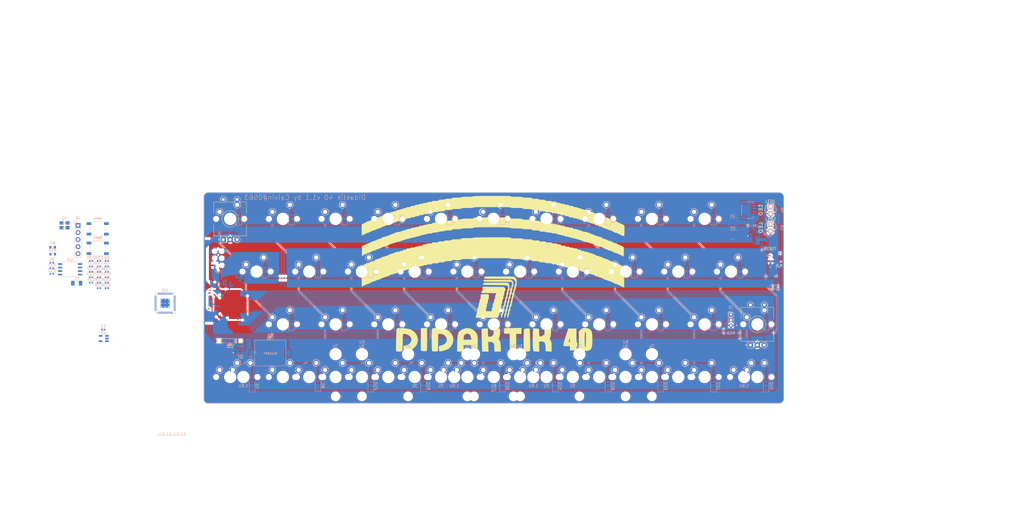
<source format=kicad_pcb>
(kicad_pcb (version 20221018) (generator pcbnew)
  (layers (0 "F.Cu" signal) (31 "B.Cu" signal) (34 "B.Paste" user) (35 "F.Paste" user) (36 "B.SilkS" user "B.Silkscreen") (37 "F.SilkS" user "F.Silkscreen") (38 "B.Mask" user) (39 "F.Mask" user) (44 "Edge.Cuts" user))
  (net 0 "")
  (net 1 "XTAL_IN")
  (net 2 "Net-(D1-A)")
  (net 3 "Net-(D2-A)")
  (net 4 "Net-(D3-A)")
  (net 5 "Net-(D4-A)")
  (net 6 "Net-(D5-A)")
  (net 7 "Net-(D6-A)")
  (net 8 "Net-(D7-A)")
  (net 9 "Net-(D8-A)")
  (net 10 "Net-(D9-A)")
  (net 11 "Net-(D10-A)")
  (net 12 "Net-(D11-A)")
  (net 13 "Net-(D12-A)")
  (net 14 "Net-(D13-A)")
  (net 15 "Net-(D14-A)")
  (net 16 "Net-(D15-A)")
  (net 17 "Net-(D16-A)")
  (net 18 "Net-(D17-A)")
  (net 19 "Net-(D18-A)")
  (net 20 "Net-(D19-A)")
  (net 21 "Net-(D20-A)")
  (net 22 "Net-(D21-A)")
  (net 23 "Net-(D22-A)")
  (net 24 "Net-(D23-A)")
  (net 25 "Net-(D24-A)")
  (net 26 "Net-(D26-A)")
  (net 27 "Net-(D27-A)")
  (net 28 "Net-(D28-A)")
  (net 29 "Net-(D29-A)")
  (net 30 "Net-(D30-A)")
  (net 31 "Net-(D31-A)")
  (net 32 "Net-(D32-A)")
  (net 33 "Net-(D33-A)")
  (net 34 "Net-(D34-A)")
  (net 35 "Net-(D35-A)")
  (net 36 "Net-(D36-A)")
  (net 37 "Net-(D37-A)")
  (net 38 "Net-(D38-A)")
  (net 39 "COL0")
  (net 40 "COL1")
  (net 41 "COL3")
  (net 42 "COL4")
  (net 43 "Net-(D39-A)")
  (net 44 "Net-(D40-A)")
  (net 45 "Net-(D41-A)")
  (net 46 "Net-(D42-A)")
  (net 47 "Net-(C10-Pad2)")
  (net 48 "+3V3")
  (net 49 "+1V1")
  (net 50 "Net-(D25-A)")
  (net 51 "VBUS")
  (net 52 "LED capslock")
  (net 53 "LED Power")
  (net 54 "GND")
  (net 55 "D_USB_N")
  (net 56 "D_USB_P")
  (net 57 "+5V")
  (net 58 "ROTARY_A")
  (net 59 "COL5")
  (net 60 "COL6")
  (net 61 "Net-(Q1-C)")
  (net 62 "VCC")
  (net 63 "SWD")
  (net 64 "ROTARY_C")
  (net 65 "COL7")
  (net 66 "COL8")
  (net 67 "COL9")
  (net 68 "ROW3")
  (net 69 "ROW2")
  (net 70 "ROW1")
  (net 71 "ROW0")
  (net 72 "RESET")
  (net 73 "Net-(Q1-B)")
  (net 74 "SWCLK")
  (net 75 "XTAL_OUT")
  (net 76 "COL2")
  (net 77 "ROTARY_B")
  (net 78 "ROTARY_D")
  (net 79 "D_P")
  (net 80 "RGB")
  (net 81 "/D_+")
  (net 82 "SPEAKER")
  (net 83 "D_N")
  (net 84 "/D_-")
  (net 85 "/USB_BOOT")
  (net 86 "CS")
  (net 87 "SD1")
  (net 88 "SD2")
  (net 89 "SD0")
  (net 90 "QSPI_CLK")
  (net 91 "SD3")
  (net 92 "RGB MCU")
  (footprint "Keebio-Parts:Diode-Hybrid-Back" (layer "F.Cu") (at 41.148 85.344)
    (fp_text reference "R5")
    (fp_text value "1k" hide)
  )
  (footprint "MX_Only:MXOnly-1U-NoLED" (layer "F.Cu") (at 212.725 98.425)
    (fp_text reference "SW39a1")
    (fp_text value "SW_Push_45deg")
  )
  (footprint "MX_Only:MXOnly-1U-NoLED" (layer "F.Cu") (at 136.525 79.375)
    (fp_text reference "SW25")
    (fp_text value "SW_Push_45deg")
  )
  (footprint "MX_Only:MXOnly-1.5U-NoLED" (layer "F.Cu") (at 122.2375 98.425)
    (fp_text reference "SW35a1")
    (fp_text value "SW_Push_45deg")
  )
  (footprint "MX_Only:MXOnly-1U-NoLED" (layer "F.Cu") (at 107.95 60.325)
    (fp_text reference "SW14")
    (fp_text value "SW_Push_45deg")
  )
  (footprint "MX_Only:MXOnly-1U-NoLED" (layer "F.Cu") (at 79.375 98.425)
    (fp_text reference "SW33a1")
    (fp_text value "SW_Push_45deg")
  )
  (footprint "MX_Only:MXOnly-1U-NoLED" (layer "F.Cu") (at 98.425 79.375)
    (fp_text reference "SW23")
    (fp_text value "SW_Push_45deg")
  )
  (footprint "MX_Only:MXOnly-1U-NoLED" (layer "F.Cu") (at 193.675 79.375)
    (fp_text reference "SW28")
    (fp_text value "SW_Push_45deg")
  )
  (footprint "MX_Only:MXOnly-1U-NoLED" (layer "F.Cu") (at 117.475 41.275)
    (fp_text reference "SW5")
    (fp_text value "SW_Push_45deg")
  )
  (footprint "MX_Only:MXOnly-1U-NoLED" (layer "F.Cu") (at 212.725 41.275)
    (fp_text reference "SW10")
    (fp_text value "SW_Push_45deg")
  )
  (footprint "LOGO" (layer "F.Cu") (at 136.164278 64.98305)
    (fp_text reference "G***" hide)
    (fp_text value "LOGO" hide)
  )
  (footprint "MX_Only:MXOnly-1U-NoLED" (layer "F.Cu") (at 41.275 98.425)
    (fp_text reference "SW31a1")
    (fp_text value "SW_Push_45deg")
  )
  (footprint "MX_Only:MXOnly-1U-NoLED" (layer "F.Cu") (at 203.2 98.425)
    (fp_text reference "SW39")
    (fp_text value "SW_Push_45deg")
  )
  (footprint "Keebio-Parts:RotaryEncoder_EC11-no-legs" (layer "F.Cu") (at 41.275 41.275 90)
    (fp_text reference "SW41")
    (fp_text value "RotaryEncoder_Switch")
  )
  (footprint "MX_Only:MXOnly-1U-NoLED" (layer "F.Cu") (at 165.1 60.325)
    (fp_text reference "SW17")
    (fp_text value "SW_Push_45deg")
  )
  (footprint "MX_Only:MXOnly-1U-NoLED" (layer "F.Cu") (at 165.1 98.425)
    (fp_text reference "SW37")
    (fp_text value "SW_Push_45deg")
  )
  (footprint "MX_Only:MXOnly-1U-NoLED" (layer "F.Cu") (at 69.85 98.425)
    (fp_text reference "SW32")
    (fp_text value "SW_Push_45deg")
  )
  (footprint "MX_Only:MXOnly-1U-NoLED" (layer "F.Cu") (at 193.675 41.275)
    (fp_text reference "SW9")
    (fp_text value "SW_Push_45deg")
  )
  (footprint "MX_Only:MXOnly-1U-NoLED" (layer "F.Cu") (at 146.05 60.325)
    (fp_text reference "SW16")
    (fp_text value "SW_Push_45deg")
  )
  (footprint "MX_Only:MXOnly-1.5U-NoLED" (layer "F.Cu") (at 46.037 98.425)
    (fp_text reference "SW31")
    (fp_text value "SW_Push_45deg")
  )
  (footprint "Keebio-Parts:RotaryEncoder_EC11-no-legs" (layer "F.Cu") (at 231.775 79.375 90)
    (fp_text reference "SW42")
    (fp_text value "RotaryEncoder_Switch")
  )
  (footprint "MX_Only:MXOnly-1U-NoLED" (layer "F.Cu") (at 50.8 60.325)
    (fp_text reference "SW11")
    (fp_text value "SW_Push_45deg")
  )
  (footprint "MX_Only:MXOnly-1U-NoLED" (layer "F.Cu") (at 231.775 79.375)
    (fp_text reference "SW30")
    (fp_text value "SW_Push_45deg")
  )
  (footprint "MX_Only:MXOnly-2U-ReversedStabilizers-NoLED" (layer "F.Cu") (at 155.575 98.425)
    (fp_text reference "SW36b1")
    (fp_text value "SW_Push_45deg")
  )
  (footprint "MX_Only:MXOnly-1U-NoLED" (layer "F.Cu") (at 98.425 41.275)
    (fp_text reference "SW4")
    (fp_text value "SW_Push_45deg")
  )
  (footprint "MX_Only:MXOnly-1U-NoLED" (layer "F.Cu") (at 41.275 41.275)
    (fp_text reference "SW1")
    (fp_text value "SW_Push_45deg")
  )
  (footprint "MX_Only:MXOnly-1U-NoLED" (layer "F.Cu") (at 88.9 98.425)
    (fp_text reference "SW33")
    (fp_text value "SW_Push_45deg")
  )
  (footprint "MX_Only:MXOnly-1.5U-NoLED" (layer "F.Cu") (at 150.8125 98.425)
    (fp_text reference "SW36a1")
    (fp_text value "SW_Push_45deg")
  )
  (footprint "MX_Only:MXOnly-1U-NoLED" (layer "F.Cu") (at 184.15 60.325)
    (fp_text reference "SW18")
    (fp_text value "SW_Push_45deg")
  )
  (footprint "MX_Only:MXOnly-1U-NoLED" (layer "F.Cu") (at 69.85 60.325)
    (fp_text reference "SW12")
    (fp_text value "SW_Push_45deg")
  )
  (footprint "MX_Only:MXOnly-1U-NoLED" (layer "F.Cu") (at 146.05 98.425)
    (fp_text reference "SW36")
    (fp_text value "SW_Push_45deg")
  )
  (footprint "MX_Only:MXOnly-1U-NoLED" (layer "F.Cu") (at 88.9 60.325)
    (fp_text reference "SW13")
    (fp_text value "SW_Push_45deg")
  )
  (footprint "MX_Only:MXOnly-3U-ReversedStabilizers-NoLED" (layer "F.Cu") (at 165.1 98.425)
    (fp_text reference "SW37b1")
    (fp_text value "SW_Push_45deg")
  )
  (footprint "MX_Only:MXOnly-1U-NoLED" (layer "F.Cu") (at 60.325 79.375)
    (fp_text reference "SW21")
    (fp_text value "SW_Push_45deg")
  )
  (footprint "LOGO" (layer "F.Cu") (at 136.525 84.963)
    (fp_text reference "G***" hide)
    (fp_text value "LOGO" hide)
  )
  (footprint "MX_Only:MXOnly-1U-NoLED" (layer "F.Cu") (at 155.575 41.275)
    (fp_text reference "SWe")
    (fp_text value "SW_Push_45deg")
  )
  (footprint "MX_Only:MXOnly-1U-NoLED" (layer "F.Cu") (at 98.425 98.425)
    (fp_text reference "SW34a1")
    (fp_text value "SW_Push_45deg")
  )
  (footprint "MX_Only:MXOnly-1U-NoLED" (layer "F.Cu") (at 184.15 98.425)
    (fp_text reference "SW38")
    (fp_text value "SW_Push_45deg")
  )
  (footprint "MX_Only:MXOnly-2U-ReversedStabilizers-NoLED" (layer "F.Cu") (at 117.475 98.425)
    (fp_text reference "SW35b1")
    (fp_text value "SW_Push_45deg")
  )
  (footprint "MX_Only:MXOnly-1U-NoLED" (layer "F.Cu") (at 79.375 79.375)
    (fp_text reference "SW22")
    (fp_text value "SW_Push_45deg")
  )
  (footprint "MX_Only:MXOnly-7U-ReversedStabilizers-NoLED" (layer "F.Cu") (at 136.525 98.425)
    (fp_text reference "SW36c1")
    (fp_text value "SW_Push_45deg")
  )
  (footprint "MX_Only:MXOnly-1U-NoLED" (layer "F.Cu") (at 174.625 98.425)
    (fp_text reference "SW37a1")
    (fp_text value "SW_Push_45deg")
  )
  (footprint "MX_Only:MXOnly-1U-NoLED" (layer "F.Cu") (at 174.625 41.275)
    (fp_text reference "SW8")
    (fp_text value "SW_Push_45deg")
  )
  (footprint "MX_Only:MXOnly-1U-NoLED" (layer "F.Cu") (at 127 60.325)
    (fp_text reference "SW15")
    (fp_text value "SW_Push_45deg")
  )
  (footprint "MX_Only:MXOnly-1U-NoLED" (layer "F.Cu") (at 136.525 41.275)
    (fp_text reference "SW6")
    (fp_text value "SW_Push_45deg")
  )
  (footprint "MX_Only:MXOnly-1U-NoLED" (layer "F.Cu") (at 107.95 98.425)
    (fp_text reference "SW34")
    (fp_text value "SW_Push_45deg")
  )
  (footprint "MX_Only:MXOnly-1U-NoLED" (layer "F.Cu") (at 222.25 60.325)
    (fp_text reference "SW20")
    (fp_text value "SW_Push_45deg")
  )
  (footprint "MX_Only:MXOnly-1U-NoLED" (layer "F.Cu") (at 117.475 79.375)
    (fp_text reference "SW24")
    (fp_text value "SW_Push_45deg")
  )
  (footprint "MX_Only:MXOnly-1U-NoLED" (layer "F.Cu") (at 193.675 98.425)
    (fp_text reference "SW38a1")
    (fp_text value "SW_Push_45deg")
  )
  (footprint "MX_Only:MXOnly-1U-NoLED" (layer "F.Cu") (at 203.2 60.325)
    (fp_text reference "SW19")
    (fp_text value "SW_Push_45deg")
  )
  (footprint "MX_Only:MXOnly-1U-NoLED" (layer "F.Cu") (at 212.725 79.375)
    (fp_text reference "SW29")
    (fp_text value "SW_Push_45deg")
  )
  (footprint "MX_Only:MXOnly-1U-NoLED" (layer "F.Cu") (at 60.325 41.275)
    (fp_text reference "SW2")
    (fp_text value "SW_Push_45deg")
  )
  (footprint "MX_Only:MXOnly-1U-NoLED" (layer "F.Cu") (at 174.625 79.375)
    (fp_text reference "SW27")
    (fp_text value "SW_Push_45deg")
  )
  (footprint "MX_Only:MXOnly-1U-NoLED" (layer "F.Cu") (at 60.325 98.425)
    (fp_text reference "SW32a1")
    (fp_text value "SW_Push_45deg")
  )
  (footprint "MX_Only:MXOnly-3U-ReversedStabilizers-NoLED" (layer "F.Cu") (at 107.95 98.425)
    (fp_text reference "SW34b1")
    (fp_text value "SW_Push_45deg")
  )
  (footprint "MX_Only:MXOnly-6U-Centered-ReversedStabilizers-NoLED" (layer "F.Cu") (at 136.525 98.425)
    (fp_text reference "SW35c1")
    (fp_text value "SW_Push_45deg")
  )
  (footprint "MX_Only:MXOnly-1U-NoLED" (layer "F.Cu") (at 79.375 41.275)
    (fp_text reference "SW3")
    (fp_text value "SW_Push_45deg")
  )
  (footprint "MX_Only:MXOnly-1U-NoLED" (layer "F.Cu") (at 155.575 79.375)
    (fp_text reference "SW26")
    (fp_text value "SW_Push_45deg")
  )
  (footprint "MX_Only:MXOnly-1.5U-NoLED" (layer "F.Cu") (at 227.009838 98.426567)
    (fp_text reference "SW40")
    (fp_text value "SW_Push_45deg")
  )
  (footprint "MX_Only:MXOnly-1U-NoLED" (layer "F.Cu") (at 231.775 98.425)
    (fp_text reference "SW40a1")
    (fp_text value "SW_Push_45deg")
  )
  (footprint "MX_Only:MXOnly-1U-NoLED" (layer "F.Cu") (at 127 98.425)
    (fp_text reference "SW35")
    (fp_text value "SW_Push_45deg")
  )
  (footprint "Diode_SMD:D_SOD-123F" (layer "B.Cu") (at 149.225 60.325 90)
    (fp_text reference "D22")
    (fp_text value "D_Small")
  )
  (footprint "Package_TO_SOT_SMD:SOT-23" (layer "B.Cu") (at 44.958 88.773)
    (fp_text reference "Q1")
    (fp_text value "2N2222")
  )
  (footprint "Capacitor_SMD:C_0402_1005Metric" (layer "B.Cu") (at -6.13 64.3305 180)
    (fp_text reference "C18")
    (fp_text value "100nF")
  )
  (footprint "Connector_PinSocket_2.54mm:PinSocket_1x05_P2.54mm_Vertical" (layer "B.Cu") (at -13.7 43.6905 180)
    (fp_text reference "J5")
    (fp_text value "SWD")
  )
  (footprint "Diode_SMD:D_SOD-123F" (layer "B.Cu") (at 63.5 41.275 90)
    (fp_text reference "D5")
    (fp_text value "D_Small")
  )
  (footprint "Diode_SMD:D_SOD-123F" (layer "B.Cu") (at 120.65 79.375 90)
    (fp_text reference "D15")
    (fp_text value "D_Small")
  )
  (footprint "Diode_SMD:D_SOD-123F" (layer "B.Cu") (at 49.2125 101.6 90)
    (fp_text reference "D4")
    (fp_text value "D_Small")
  )
  (footprint "Diode_SMD:D_SOD-123F" (layer "B.Cu") (at 196.85 101.6 90)
    (fp_text reference "D33")
    (fp_text value "D_Small")
  )
  (footprint "Capacitor_SMD:C_0402_1005Metric" (layer "B.Cu") (at -4.6 81.28 180)
    (fp_text reference "C1")
    (fp_text value "100nF")
  )
  (footprint "Diode_SMD:D_SOD-123F" (layer "B.Cu") (at 196.85 79.375 90)
    (fp_text reference "D32")
    (fp_text value "D_Small")
  )
  (footprint "Diode_SMD:D_SOD-123F" (layer "B.Cu") (at 215.9 79.375 90)
    (fp_text reference "D36")
    (fp_text value "D_Small")
  )
  (footprint "Capacitor_SMD:C_0402_1005Metric" (layer "B.Cu") (at -3.26 62.3605 180)
    (fp_text reference "C11")
    (fp_text value "1uF")
  )
  (footprint "Diode_SMD:D_SOD-123F" (layer "B.Cu") (at 101.6 79.375 90)
    (fp_text reference "D11")
    (fp_text value "D_Small")
  )
  (footprint "Diode_SMD:D_SOD-123F" (layer "B.Cu") (at 53.975 60.325 90)
    (fp_text reference "D2")
    (fp_text value "D_Small")
  )
  (footprint "Diode_SMD:D_SOD-123F" (layer "B.Cu") (at 215.9 101.6 90)
    (fp_text reference "D37")
    (fp_text value "D_Small")
  )
  (footprint "Diode_SMD:D_SOD-123F" (layer "B.Cu") (at 82.55 41.275 90)
    (fp_text reference "D9")
    (fp_text value "D_Small")
  )
  (footprint "Capacitor_SMD:C_0402_1005Metric" (layer "B.Cu") (at -6.13 66.3005 180)
    (fp_text reference "C19")
    (fp_text value "100nF")
  )
  (footprint "Capacitor_SMD:C_0402_1005Metric" (layer "B.Cu") (at -3.26 66.3005 180)
    (fp_text reference "C13")
    (fp_text value "1uF")
  )
  (footprint "Resistor_SMD:R_0402_1005Metric" (layer "B.Cu") (at -23.18 61.0905 180)
    (fp_text reference "R12")
    (fp_text value "1k")
  )
  (footprint "Diode_SMD:D_SOD-123F" (layer "B.Cu") (at 92.075 101.6 90)
    (fp_text reference "D12")
    (fp_text value "D_Small")
  )
  (footprint "Diode_SMD:D_SOD-123F" (layer "B.Cu") (at 139.7 101.6 90)
    (fp_text reference "D20")
    (fp_text value "D_Small")
  )
  (footprint "Diode_SMD:D_SOD-123F" (layer "B.Cu") (at 187.325 60.325 90)
    (fp_text reference "D31")
    (fp_text value "D_Small")
  )
  (footprint "Package_TO_SOT_SMD:SOT-23" (layer "B.Cu") (at 222.885 46.99 180)
    (fp_text reference "U1")
    (fp_text value "XC6206PxxxMR")
  )
  (footprint "Diode_SMD:D_SOD-123F" (layer "B.Cu") (at 44.45 41.275 90)
    (fp_text reference "D1")
    (fp_text value "D_Small")
  )
  (footprint "Capacitor_SMD:C_0402_1005Metric" (layer "B.Cu") (at -6.13 60.3905 180)
    (fp_text reference "C16")
    (fp_text value "10uF")
  )
  (footprint "Capacitor_SMD:C_0402_1005Metric" (layer "B.Cu") (at -9 60.3905 180)
    (fp_text reference "C22")
    (fp_text value "100nF")
  )
  (footprint "Resistor_SMD:R_0603_1608Metric" (layer "B.Cu") (at -22.87 54.0305 180)
    (fp_text reference "R10")
    (fp_text value "27R")
  )
  (footprint "Diode_SMD:D_SOD-123F" (layer "B.Cu") (at 139.7 41.275 90)
    (fp_text reference "D21")
    (fp_text value "D_Small")
  )
  (footprint "random-keyboard-parts:JST-SR-4" (layer "B.Cu") (at 225.95 38.1 90)
    (fp_text reference "J1" hide)
    (fp_text value "Conn_01x04_MountingPin")
  )
  (footprint "Capacitor_SMD:C_0402_1005Metric" (layer "B.Cu") (at -9 58.4205 180)
    (fp_text reference "C21")
    (fp_text value "100nF")
  )
  (footprint "Resistor_SMD:R_0603_1608Metric" (layer "B.Cu") (at -22.87 51.5205 180)
    (fp_text reference "R7")
    (fp_text value "27R")
  )
  (footprint "Capacitor_SMD:C_0402_1005Metric" (layer "B.Cu") (at -6.13 62.3605 180)
    (fp_text reference "C17")
    (fp_text value "1uF")
  )
  (footprint "Fuse:Fuse_1206_3216Metric" (layer "B.Cu") (at -14.18 64.5305 180)
    (fp_text reference "F1")
    (fp_text value "500mA")
  )
  (footprint "Resistor_SMD:R_0402_1005Metric" (layer "B.Cu") (at -23.18 59.1005 180)
    (fp_text reference "R11")
    (fp_text value "1k")
  )
  (footprint "Capacitor_SMD:C_0402_1005Metric" (layer "B.Cu") (at -9 56.4505 180)
    (fp_text reference "C20")
    (fp_text value "100nF")
  )
  (footprint "Diode_SMD:D_SOD-123F" (layer "B.Cu") (at 101.6 41.275 90)
    (fp_text reference "D13")
    (fp_text value "D_Small")
  )
  (footprint "Capacitor_SMD:C_0402_1005Metric" (layer "B.Cu") (at -3.26 64.3305 180)
    (fp_text reference "C12")
    (fp_text value "100nF")
  )
  (footprint "Sleep-lib:RP2040-QFN-56" (layer "B.Cu") (at 17.775 71.75 180)
    (fp_text reference "U2")
    (fp_text value "RP2040")
  )
  (footprint "Package_TO_SOT_SMD:SOT-23-6" (layer "B.Cu") (at 222.755 42.54 180)
    (fp_text reference "U4")
    (fp_text value "USBLC6-2SC6")
  )
  (footprint "Keebio-Parts:SW_SPST_TL3342" (layer "B.Cu") (at -6.6 44.8905 180)
    (fp_text reference "SW43")
    (fp_text value "Reset")
  )
  (footprint "Diode_SMD:D_SOD-123F" (layer "B.Cu") (at 63.5 79.375 90)
    (fp_text reference "D3")
    (fp_text value "D_Small")
  )
  (footprint "Capacitor_SMD:C_0402_1005Metric" (layer "B.Cu") (at -6.13 58.4205 180)
    (fp_text reference "C15")
    (fp_text value "100nF")
  )
  (footprint "Diode_SMD:D_SOD-123F" (layer "B.Cu") (at 130.175 60.325 90)
    (fp_text reference "D18")
    (fp_text value "D_Small")
  )
  (footprint "Diode_SMD:D_SOD-123F" (layer "B.Cu") (at 158.75 101.6 90)
    (fp_text reference "D24")
    (fp_text value "D_Small")
  )
  (footprint "Diode_SMD:D_SOD-123F" (layer "B.Cu") (at 234.95 101.6 90)
    (fp_text reference "D41")
    (fp_text value "D_Small")
  )
  (footprint "Diode_SMD:D_SOD-123F" (layer "B.Cu") (at 73.025 60.325 90)
    (fp_text reference "D6")
    (fp_text value "D_Small")
  )
  (footprint "Diode_SMD:D_SOD-123F" (layer "B.Cu") (at 111.125 60.325 90)
    (fp_text reference "D14")
    (fp_text value "D_Small")
  )
  (footprint "Package_SO:SOIC-8_5.23x5.23mm_P1.27mm" (layer "B.Cu") (at -16.55 59.5005 180)
    (fp_text reference "U3")
    (fp_text value "W25Q128JVS")
  )
  (footprint "Capacitor_SMD:C_0402_1005Metric" (layer "B.Cu") (at -9 62.3605 180)
    (fp_text reference "C23")
    (fp_text value "100nF")
  )
  (footprint "Capacitor_SMD:C_0402_1005Metric" (layer "B.Cu") (at -3.26 58.4205 180)
    (fp_text reference "C9")
    (fp_text value "22pF")
  )
  (footprint "Keebio-Parts:LED_3mm" (layer "B.Cu") (at 236.5375 38.1 90)
    (fp_text reference "D42" hide)
    (fp_text value "LED")
  )
  (footprint "Keebio-Parts:AST1109MLTRQ" (layer "B.Cu") (at 55.753 89.789 180)
    (fp_text reference "LS1")
    (fp_text value "Speaker")
  )
  (footprint "Diode_SMD:D_SOD-123F" (layer "B.Cu") (at 177.8 79.375 90)
    (fp_text reference "D28")
    (fp_text value "D_Small")
  )
  (footprint "Capacitor_SMD:C_0402_1005Metric" (layer "B.Cu") (at -3.26 56.4505 180)
    (fp_text reference "C6")
    (fp_text value "1uF")
  )
  (footprint "Diode_SMD:D_SOD-123F" (layer "B.Cu") (at 73.025 101.4125 90)
    (fp_text reference "D8")
    (fp_text value "D_Small")
  )
  (footprint "Diode_SMD:D_SOD-123F" (layer "B.Cu") (at 196.85 41.275 90)
    (fp_text reference "D34")
    (fp_text value "D_Small")
  )
  (footprint "Diode_SMD:D_SOD-123F" (layer "B.Cu") (at 225.425 60.325 90)
    (fp_text reference "D39")
    (fp_text value "D_Small")
  )
  (footprint "Keebio-Parts:LED_3mm" (layer "B.Cu") (at 236.5375 44.45 90)
    (fp_text reference "D25" hide)
    (fp_text value "LED")
  )
  (footprint "Resistor_SMD:R_0402_1005Metric" (layer "B.Cu") (at 239.7125 38.1 90)
    (fp_text reference "R4")
    (fp_text value "220 ohm")
  )
  (footprint "Capacitor_SMD:C_0402_1005Metric" (layer "B.Cu") (at -9 64.3305 180)
    (fp_text reference "C24")
    (fp_text value "100nF")
  )
  (footprint "Diode_SMD:D_SOD-123F" (layer "B.Cu") (at 111.125 101.6 90)
    (fp_text reference "D16")
    (fp_text value "D_Small")
  )
  (footprint "Diode_SMD:D_SOD-123F" (layer "B.Cu") (at 158.75 79.375 90)
    (fp_text reference "D23")
    (fp_text value "D_Small")
  )
  (footprint "Diode_SMD:D_SOD-123F" (layer "B.Cu") (at 139.7 79.375 90)
    (fp_text reference "D19")
    (fp_text value "D_Small")
  )
  (footprint "Diode_SMD:D_SOD-123F" (layer "B.Cu") (at 177.8 101.6 90)
    (fp_text reference "D29")
    (fp_text value "D_Small")
  )
  (footprint "Diode_SMD:D_SOD-123F" (layer "B.Cu") (at 177.8 41.275 90)
    (fp_text reference "D30")
    (fp_text value "D_Small")
  )
  (footprint "Diode_SMD:D_SOD-123F" (layer "B.Cu") (at 168.275 60.325 90)
    (fp_text reference "D27")
    (fp_text value "D_Small")
  )
  (footprint "Resistor_SMD:R_0402_1005Metric" (layer "B.Cu") (at 239.7125 44.45 90)
    (fp_text reference "R2")
    (fp_text value "220 ohm")
  )
  (footprint "Keebio-Parts:SW_SPST_TL3342" (layer "B.Cu") (at -6.6 51.9405 180)
    (fp_text reference "SW44")
    (fp_text value "Boot")
  )
  (footprint "Capacitor_SMD:C_0402_1005Metric" (layer "B.Cu") (at -6.13 56.4505 180)
    (fp_text reference "C14")
    (fp_text value "100nF")
  )
  (footprint "Resistor_SMD:R_0402_1005Metric" (layer "B.Cu") (at -23.18 57.1105 180)
    (fp_text reference "R1")
    (fp_text value "1k")
  )
  (footprint "Diode_SMD:D_SOD-123F" (layer "B.Cu") (at 92.075 60.325 90)
    (fp_text reference "D10")
    (fp_text value "D_Small")
  )
  (footprint "Capacitor_SMD:C_0402_1005Metric" (layer "B.Cu") (at -3.26 60.3905 180)
    (fp_text reference "C10")
    (fp_text value "22pF")
  )
  (footprint "Diode_SMD:D_SOD-123F" (layer "B.Cu") (at 206.375 60.325 90)
    (fp_text reference "D35")
    (fp_text value "D_Small")
  )
  (footprint "Diode_SMD:D_SOD-123F" (layer "B.Cu") (at 120.65 41.275 90)
    (fp_text reference "D17")
    (fp_text value "D_Small")
  )
  (footprint "Connector_PinSocket_2.00mm:PinSocket_1x03_P2.00mm_Vertical" (layer "B.Cu") (at 222.25 75.7875 180)
    (fp_text reference "J3")
    (fp_text value "Conn_01x03")
  )
  (footprint "Diode_SMD:D_SOD-123F" (layer "B.Cu") (at 234.95 79.375 90)
    (fp_text reference "D40")
    (fp_text value "D_Small")
  )
  (footprint "Diode_SMD:D_SOD-123F" (layer "B.Cu") (at 158.75 41.275 90)
    (fp_text reference "D26")
    (fp_text value "D_Small")
  )
  (footprint "Diode_SMD:D_SOD-123F" (layer "B.Cu") (at 82.55 79.375 90)
    (fp_text reference "D7")
    (fp_text value "D_Small")
  )
  (footprint "Package_TO_SOT_SMD:TSOT-23-5" (layer "B.Cu") (at -4.4 84.5205 180)
    (fp_text reference "U5")
    (fp_text value "74AHCT1G125")
  )
  (footprint "Crystal:Crystal_SMD_3225-4Pin_3.2x2.5mm" (layer "B.Cu") (at -18.6 43.5905 180)
    (fp_text reference "Y2")
    (fp_text value "12MHz")
  )
  (footprint "Diode_SMD:D_SOD-123F" (layer "B.Cu") (at 215.9 41.275 90)
    (fp_text reference "D38")
    (fp_text value "D_Small")
  )
  (footprint "Resistor_SMD:R_0402_1005Metric" (layer "B.Cu") (at 55.757122 84.506505 180)
    (fp_text reference "R6")
    (fp_text value "1k")
  )
  (gr_arc (start 33.3375 107.95) (mid 32.214968 107.485032) (end 31.75 106.3625) (stroke (width 0.15)) (layer "Edge.Cuts"))
  (gr_line (start 33.3375 31.75) (end 239.7125 31.75) (stroke (width 0.15)) (layer "Edge.Cuts"))
  (gr_line (start 31.75 106.3625) (end 31.75 33.3375) (stroke (width 0.15)) (layer "Edge.Cuts"))
  (gr_arc (start 241.3 106.3625) (mid 240.835032 107.485032) (end 239.7125 107.95) (stroke (width 0.15)) (layer "Edge.Cuts"))
  (gr_line (start 239.7125 107.95) (end 33.3375 107.95) (stroke (width 0.15)) (layer "Edge.Cuts"))
  (gr_arc (start 239.7125 31.75) (mid 240.835032 32.214968) (end 241.3 33.3375) (stroke (width 0.15)) (layer "Edge.Cuts"))
  (gr_arc (start 31.75 33.3375) (mid 32.214968 32.214968) (end 33.3375 31.75) (stroke (width 0.15)) (layer "Edge.Cuts"))
  (gr_line (start 241.3 33.3375) (end 241.3 106.3625) (stroke (width 0.15)) (layer "Edge.Cuts"))
  (gr_text "6U" (at 88.9 85.725) (layer "B.SilkS") (effects (font (size 1 1)) (justify mirror)))
  (gr_text "2U" (at 129.412659 87.29455) (layer "B.SilkS") (effects (font (size 1 1)) (justify mirror)))
  (gr_text "Didaktik 40 v1.1 by Calvin#0563" (at 68.326 33.528) (layer "B.SilkS") (effects (font (size 1.75 1.75)) (justify mirror)))
  (gr_text "6U" (at 184.15 85.725) (layer "B.SilkS") (effects (font (size 1 1)) (justify mirror)))
  (gr_text "7U" (at 79.375 87.3125) (layer "B.SilkS") (effects (font (size 1 1)) (justify mirror)))
  (gr_text "RGB" (at 222.25 82.55) (layer "B.SilkS") (effects (font (size 1 1)) (justify mirror)))
  (gr_text "3U" (at 165.1 101.6) (layer "B.SilkS") (effects (font (size 1 1)) (justify mirror)))
  (gr_text "2U" (at 105.510451 87.429084) (layer "B.SilkS") (effects (font (size 1 1)) (justify mirror)))
  (gr_text "ISP" (at 36.957 60.579) (layer "B.SilkS") (effects (font (size 1 1)) (justify mirror)))
  (gr_text "1.5U" (at 150.8125 101.6) (layer "B.SilkS") (effects (font (size 1 1)) (justify mirror)))
  (gr_text "1.5U" (at 122.2375 101.6) (layer "B.SilkS") (effects (font (size 1 1)) (justify mirror)))
  (gr_text "3U" (at 107.95 101.6) (layer "B.SilkS") (effects (font (size 1 1)) (justify mirror)))
  (gr_text "7U" (at 193.675 87.3125) (layer "B.SilkS") (effects (font (size 1 1)) (justify mirror)))
  (gr_text "2U" (at 155.575 101.6) (layer "B.SilkS") (effects (font (size 1 1)) (justify mirror)))
  (gr_text "1.5U" (at 46.0375 101.6) (layer "B.SilkS") (effects (font (size 1 1)) (justify mirror)))
  (gr_text "7U" (at 136.525 103.1875) (layer "B.SilkS") (effects (font (size 1 1)) (justify mirror)))
  (gr_text "JLCJLCJLCJLC" (at 20.32 119.126) (layer "B.SilkS") (effects (font (size 1 1))))
  (gr_text "1.5U" (at 227.0125 101.6) (layer "B.SilkS") (effects (font (size 1 1)) (justify mirror)))
  (gr_text "6U" (at 136.525 101.6) (layer "B.SilkS") (effects (font (size 1 1)) (justify mirror)))
  (gr_text "3U" (at 184.15 87.3125) (layer "B.SilkS") (effects (font (size 1 1)) (justify mirror)))
  (gr_text "2U" (at 143.556628 87.292984) (layer "B.SilkS") (effects (font (size 1 1)) (justify mirror)))
  (gr_text "3U" (at 127 87.3125) (layer "B.SilkS") (effects (font (size 1 1)) (justify mirror)))
  (gr_text "3U" (at 88.9 87.3125) (layer "B.SilkS") (effects (font (size 1 1)) (justify mirror)))
  (gr_text "2U" (at 167.503681 87.24814) (layer "B.SilkS") (effects (font (size 1 1)) (justify mirror)))
  (gr_text "3U" (at 146.05 87.3125) (layer "B.SilkS") (effects (font (size 1 1)) (justify mirror)))
  (gr_text "2U" (at 117.475 101.6) (layer "B.SilkS") (effects (font (size 1 1)) (justify mirror)))
  (gr_text "resistor \nbuzzer" (at 41.148 87.249) (layer "B.SilkS") (effects (font (size 0.5 0.5) (thickness 0.125)) (justify mirror)))
  (gr_text "buzzer" (at 55.753 89.789) (layer "B.SilkS") (effects (font (size 1 1)) (justify mirror)))
  (gr_text "LED2\n\n" (at 236.601 42.164) (layer "F.SilkS") (effects (font (size 1 1))))
  (gr_text "RESET\n" (at 236.474 52.07) (layer "F.SilkS") (effects (font (size 1 1))))
  (gr_text "LED1\n" (at 236.474 34.925) (layer "F.SilkS") (effects (font (size 1 1))))
  (segment (start 43.815 36.195) (end 44.45 36.83) (width 0.25) (layer "B.Cu") (net 2))
  (segment (start 43.775 36.155) (end 43.815 36.195) (width 0.25) (layer "B.Cu") (net 2))
  (segment (start 44.45 36.83) (end 44.45 39.625) (width 0.25) (layer "B.Cu") (net 2))
  (segment (start 43.775 34.275) (end 43.775 36.155) (width 0.25) (layer "B.Cu") (net 2))
  (segment (start 53.975 55.88) (end 53.975 58.675) (width 0.25) (layer "B.Cu") (net 3))
  (segment (start 53.34 55.245) (end 53.975 55.88) (width 0.25) (layer "B.Cu") (net 3))
  (segment (start 63.5 74.93) (end 63.5 77.725) (width 0.25) (layer "B.Cu") (net 4))
  (segment (start 62.865 74.295) (end 63.5 74.93) (width 0.25) (layer "B.Cu") (net 4))
  (segment (start 43.815 93.345) (end 48.5775 93.345) (width 0.25) (layer "B.Cu") (net 5))
  (segment (start 48.5775 93.345) (end 49.2125 93.98) (width 0.25) (layer "B.Cu") (net 5))
  (segment (start 49.2125 93.98) (end 49.2125 99.95) (width 0.25) (layer "B.Cu") (net 5))
  (segment (start 63.5 36.83) (end 63.5 39.625) (width 0.25) (layer "B.Cu") (net 6))
  (segment (start 62.865 36.195) (end 63.5 36.83) (width 0.25) (layer "B.Cu") (net 6))
  (segment (start 73.025 55.88) (end 73.025 58.675) (width 0.25) (layer "B.Cu") (net 7))
  (segment (start 72.39 55.245) (end 73.025 55.88) (width 0.25) (layer "B.Cu") (net 7))
  (segment (start 81.915 74.295) (end 82.55 74.93) (width 0.25) (layer "B.Cu") (net 8))
  (segment (start 82.55 74.93) (end 82.55 77.725) (width 0.25) (layer "B.Cu") (net 8))
  (segment (start 72.39 93.345) (end 73.025 93.98) (width 0.25) (layer "B.Cu") (net 9))
  (segment (start 73.025 93.98) (end 73.025 99.95) (width 0.25) (layer "B.Cu") (net 9))
  (segment (start 62.865 93.345) (end 72.39 93.345) (width 0.25) (layer "B.Cu") (net 9))
  (segment (start 81.915 36.195) (end 82.55 36.83) (width 0.25) (layer "B.Cu") (net 10))
  (segment (start 82.55 36.83) (end 82.55 39.625) (width 0.25) (layer "B.Cu") (net 10))
  (segment (start 91.44 55.245) (end 92.075 55.88) (width 0.25) (layer "B.Cu") (net 11))
  (segment (start 92.075 55.88) (end 92.075 58.675) (width 0.25) (layer "B.Cu") (net 11))
  (segment (start 100.965 74.295) (end 101.6 74.93) (width 0.25) (layer "B.Cu") (net 12))
  (segment (start 101.6 74.93) (end 101.6 77.725) (width 0.25) (layer "B.Cu") (net 12))
  (segment (start 92.075 93.98) (end 92.075 99.95) (width 0.25) (layer "B.Cu") (net 13))
  (segment (start 81.915 93.345) (end 91.44 93.345) (width 0.25) (layer "B.Cu") (net 13))
  (segment (start 91.44 93.345) (end 92.075 93.98) (width 0.25) (layer "B.Cu") (net 13))
  (segment (start 100.965 36.195) (end 101.6 36.83) (width 0.25) (layer "B.Cu") (net 14))
  (segment (start 101.6 36.83) (end 101.6 39.625) (width 0.25) (layer "B.Cu") (net 14))
  (segment (start 111.125 55.88) (end 111.125 58.675) (width 0.25) (layer "B.Cu") (net 15))
  (segment (start 110.49 55.245) (end 111.125 55.88) (width 0.25) (layer "B.Cu") (net 15))
  (segment (start 120.65 74.93) (end 120.65 77.725) (width 0.25) (layer "B.Cu") (net 16))
  (segment (start 120.015 74.295) (end 120.65 74.93) (width 0.25) (layer "B.Cu") (net 16))
  (segment (start 111.125 93.98) (end 111.125 99.95) (width 0.25) (layer "B.Cu") (net 17))
  (segment (start 100.965 93.345) (end 110.49 93.345) (width 0.25) (layer "B.Cu") (net 17))
  (segment (start 110.49 93.345) (end 111.125 93.98) (width 0.25) (layer "B.Cu") (net 17))
  (segment (start 120.65 36.83) (end 120.65 39.5625) (width 0.25) (layer "B.Cu") (net 18))
  (segment (start 120.015 36.195) (end 120.65 36.83) (width 0.25) (layer "B.Cu") (net 18))
  (segment (start 129.54 55.245) (end 130.175 55.88) (width 0.25) (layer "B.Cu") (net 19))
  (segment (start 130.175 55.88) (end 130.175 58.675) (width 0.25) (layer "B.Cu") (net 19))
  (segment (start 139.065 74.295) (end 139.7 74.93) (width 0.25) (layer "B.Cu") (net 20))
  (segment (start 139.7 74.93) (end 139.7 77.725) (width 0.25) (layer "B.Cu") (net 20))
  (segment (start 139.7 93.98) (end 139.7 99.95) (width 0.25) (layer "B.Cu") (net 21))
  (segment (start 120.015 93.345) (end 124.7775 93.345) (width 0.25) (layer "B.Cu") (net 21))
  (segment (start 124.7775 93.345) (end 129.54 93.345) (width 0.25) (layer "B.Cu") (net 21))
  (segment (start 139.065 93.345) (end 139.7 93.98) (width 0.25) (layer "B.Cu") (net 21))
  (segment (start 129.54 93.345) (end 139.065 93.345) (width 0.25) (layer "B.Cu") (net 21))
  (segment (start 139.7 36.957) (end 139.7 39.625) (width 0.25) (layer "B.Cu") (net 22))
  (segment (start 138.938 36.195) (end 139.7 36.957) (width 0.25) (layer "B.Cu") (net 22))
  (segment (start 149.225 55.88) (end 149.225 58.675) (width 0.25) (layer "B.Cu") (net 23))
  (segment (start 148.59 55.245) (end 149.225 55.88) (width 0.25) (layer "B.Cu") (net 23))
  (segment (start 158.75 74.93) (end 158.75 77.725) (width 0.25) (layer "B.Cu") (net 24))
  (segment (start 158.115 74.295) (end 158.75 74.93) (width 0.25) (layer "B.Cu") (net 24))
  (segment (start 148.59 93.345) (end 153.3525 93.345) (width 0.25) (layer "B.Cu") (net 25))
  (segment (start 158.75 93.98) (end 158.75 99.95) (width 0.25) (layer "B.Cu") (net 25))
  (segment (start 158.115 93.345) (end 158.75 93.98) (width 0.25) (layer "B.Cu") (net 25))
  (segment (start 153.3525 93.345) (end 158.115 93.345) (width 0.25) (layer "B.Cu") (net 25))
  (segment (start 158.115 36.195) (end 158.75 36.83) (width 0.25) (layer "B.Cu") (net 26))
  (segment (start 158.75 36.83) (end 158.75 39.625) (width 0.25) (layer "B.Cu") (net 26))
  (segment (start 167.64 55.245) (end 168.275 55.88) (width 0.25) (layer "B.Cu") (net 27))
  (segment (start 168.275 55.88) (end 168.275 58.675) (width 0.25) (layer "B.Cu") (net 27))
  (segment (start 177.8 74.93) (end 177.8 77.725) (width 0.25) (layer "B.Cu") (net 28))
  (segment (start 177.165 74.295) (end 177.8 74.93) (width 0.25) (layer "B.Cu") (net 28))
  (segment (start 177.8 93.98) (end 177.8 99.95) (width 0.25) (layer "B.Cu") (net 29))
  (segment (start 177.165 93.345) (end 177.8 93.98) (width 0.25) (layer "B.Cu") (net 29))
  (segment (start 167.64 93.345) (end 177.165 93.345) (width 0.25) (layer "B.Cu") (net 29))
  (segment (start 177.8 36.83) (end 177.8 39.625) (width 0.25) (layer "B.Cu") (net 30))
  (segment (start 177.165 36.195) (end 177.8 36.83) (width 0.25) (layer "B.Cu") (net 30))
  (segment (start 187.325 55.88) (end 187.325 58.675) (width 0.25) (layer "B.Cu") (net 31))
  (segment (start 186.69 55.245) (end 187.325 55.88) (width 0.25) (layer "B.Cu") (net 31))
  (segment (start 196.215 74.295) (end 196.85 74.93) (width 0.25) (layer "B.Cu") (net 32))
  (segment (start 196.85 74.93) (end 196.85 77.725) (width 0.25) (layer "B.Cu") (net 32))
  (segment (start 196.215 93.345) (end 196.85 93.98) (width 0.25) (layer "B.Cu") (net 33))
  (segment (start 186.69 93.345) (end 196.215 93.345) (width 0.25) (layer "B.Cu") (net 33))
  (segment (start 196.85 93.98) (end 196.85 99.95) (width 0.25) (layer "B.Cu") (net 33))
  (segment (start 196.215 36.195) (end 196.85 36.83) (width 0.25) (layer "B.Cu") (net 34))
  (segment (start 196.85 36.83) (end 196.85 39.625) (width 0.25) (layer "B.Cu") (net 34))
  (segment (start 206.375 55.88) (end 206.375 58.675) (width 0.25) (layer "B.Cu") (net 35))
  (segment (start 205.74 55.245) (end 206.375 55.88) (width 0.25) (layer "B.Cu") (net 35))
  (segment (start 215.265 74.295) (end 215.9 74.93) (width 0.25) (layer "B.Cu") (net 36))
  (segment (start 215.9 74.93) (end 215.9 77.725) (width 0.25) (layer "B.Cu") (net 36))
  (segment (start 215.265 93.345) (end 215.9 93.98) (width 0.25) (layer "B.Cu") (net 37))
  (segment (start 215.9 93.98) (end 215.9 99.95) (width 0.25) (layer "B.Cu") (net 37))
  (segment (start 205.74 93.345) (end 215.265 93.345) (width 0.25) (layer "B.Cu") (net 37))
  (segment (start 215.265 36.195) (end 215.9 36.83) (width 0.25) (layer "B.Cu") (net 38))
  (segment (start 215.9 36.83) (end 215.9 39.625) (width 0.25) (layer "B.Cu") (net 38))
  (segment (start 56.515 83.35689) (end 43.98689 95.885) (width 0.25) (layer "F.Cu") (net 39))
  (segment (start 37.465 35.585) (end 37.465 38.735) (width 0.25) (layer "F.Cu") (net 39))
  (segment (start 38.775 34.275) (end 37.465 35.585) (width 0.25) (layer "F.Cu") (net 39))
  (segment (start 46.99 57.785) (end 45.135 57.785) (width 0.25) (layer "F.Cu") (net 39))
  (segment (start 46.99 57.785) (end 46.99 67.31) (width 0.25) (layer "F.Cu") (net 39))
  (segment (start 56.515 76.835) (end 56.515 83.35689) (width 0.25) (layer "F.Cu") (net 39))
  (segment (start 45.135 57.785) (end 37.45 50.1) (width 0.25) (layer "F.Cu") (net 39))
  (segment (start 37.45 50.1) (end 37.45 38.75) (width 0.25) (layer "F.Cu") (net 39))
  (segment (start 42.2275 95.885) (end 37.465 95.885) (width 0.25) (layer "F.Cu") (net 39))
  (segment (start 43.98689 95.885) (end 42.2275 95.885) (width 0.25) (layer "F.Cu") (net 39))
  (segment (start 46.99 67.31) (end 56.515 76.835) (width 0.25) (layer "F.Cu") (net 39))
  (segment (start 37.45 38.75) (end 37.465 38.735) (width 0.25) (layer "F.Cu") (net 39))
  (segment (start 54.61698 76.835) (end 49.08698 82.365) (width 0.25) (layer "B.Cu") (net 39))
  (segment (start 56.515 76.835) (end 54.61698 76.835) (width 0.25) (layer "B.Cu") (net 39))
  (segment (start 75.565 86.36) (end 66.04 95.885) (width 0.25) (layer "F.Cu") (net 40))
  (segment (start 56.515 48.26) (end 66.04 57.785) (width 0.25) (layer "F.Cu") (net 40))
  (segment (start 66.04 57.785) (end 66.04 67.31) (width 0.25) (layer "F.Cu") (net 40))
  (segment (start 56.515 38.735) (end 56.515 48.26) (width 0.25) (layer "F.Cu") (net 40))
  (segment (start 66.04 67.31) (end 75.565 76.835) (width 0.25) (layer "F.Cu") (net 40))
  (segment (start 66.04 95.885) (end 56.515 95.885) (width 0.25) (layer "F.Cu") (net 40))
  (segment (start 75.565 76.835) (end 75.565 86.36) (width 0.25) (layer "F.Cu") (net 40))
  (segment (start 48.915584 81.9) (end 58.091584 72.724) (width 0.25) (layer "B.Cu") (net 40))
  (segment (start 58.166 72.724) (end 71.454 72.724) (width 0.25) (layer "B.Cu") (net 40))
  (segment (start 58.166 72.724) (end 58.091584 72.724) (width 0.25) (layer "B.Cu") (net 40))
  (segment (start 75.565 76.835) (end 71.454 72.724) (width 0.25) (layer "B.Cu") (net 40))
  (segment (start 104.14 95.885) (end 94.615 95.885) (width 0.25) (layer "F.Cu") (net 41))
  (segment (start 113.665 86.36) (end 104.14 95.885) (width 0.25) (layer "F.Cu") (net 41))
  (segment (start 94.615 38.735) (end 94.615 48.26) (width 0.25) (layer "F.Cu") (net 41))
  (segment (start 104.14 67.31) (end 113.665 76.835) (width 0.25) (layer "F.Cu") (net 41))
  (segment (start 94.615 48.26) (end 104.14 57.785) (width 0.25) (layer "F.Cu") (net 41))
  (segment (start 113.665 76.835) (end 113.665 86.36) (width 0.25) (layer "F.Cu") (net 41))
  (segment (start 104.14 57.785) (end 104.14 67.31) (width 0.25) (layer "F.Cu") (net 41))
  (segment (start 48.542792 81) (end 57.718792 71.824) (width 0.25) (layer "B.Cu") (net 41))
  (segment (start 57.718792 71.824) (end 108.654 71.824) (width 0.25) (layer "B.Cu") (net 41))
  (segment (start 108.654 71.824) (end 113.665 76.835) (width 0.25) (layer "B.Cu") (net 41))
  (segment (start 123.19 67.31) (end 132.715 76.835) (width 0.25) (layer "F.Cu") (net 42))
  (segment (start 113.665 38.735) (end 113.665 48.26) (width 0.25) (layer "F.Cu") (net 42))
  (segment (start 132.715 95.885) (end 123.19 95.885) (width 0.25) (layer "F.Cu") (net 42))
  (segment (start 132.715 76.835) (end 132.715 95.885) (width 0.25) (layer "F.Cu") (net 42))
  (segment (start 113.665 48.26) (end 123.19 57.785) (width 0.25) (layer "F.Cu") (net 42))
  (segment (start 118.4275 95.885) (end 113.665 95.885) (width 0.25) (layer "F.Cu") (net 42))
  (segment (start 123.19 95.885) (end 118.4275 95.885) (width 0.25) (layer "F.Cu") (net 42))
  (segment (start 123.19 57.785) (end 123.19 67.31) (width 0.25) (layer "F.Cu") (net 42))
  (segment (start 127.254 71.374) (end 57.532396 71.374) (width 0.25) (layer "B.Cu") (net 42))
  (segment (start 57.532396 71.374) (end 48.356396 80.55) (width 0.25) (layer "B.Cu") (net 42))
  (segment (start 132.715 76.835) (end 127.254 71.374) (width 0.25) (layer "B.Cu") (net 42))
  (segment (start 224.79 55.245) (end 225.425 55.88) (width 0.25) (layer "B.Cu") (net 43))
  (segment (start 225.425 55.88) (end 225.425 58.675) (width 0.25) (layer "B.Cu") (net 43))
  (segment (start 234.275 72.375) (end 234.275 74.255) (width 0.25) (layer "B.Cu") (net 44))
  (segment (start 234.315 74.295) (end 234.95 74.93) (width 0.25) (layer "B.Cu") (net 44))
  (segment (start 234.95 74.93) (end 234.95 77.725) (width 0.25) (layer "B.Cu") (net 44))
  (segment (start 234.275 74.255) (end 234.315 74.295) (width 0.25) (layer "B.Cu") (net 44))
  (segment (start 234.315 93.345) (end 234.95 93.98) (width 0.25) (layer "B.Cu") (net 45))
  (segment (start 234.95 93.98) (end 234.95 99.95) (width 0.25) (layer "B.Cu") (net 45))
  (segment (start 229.5525 93.345) (end 234.315 93.345) (width 0.25) (layer "B.Cu") (net 45))
  (segment (start 236.5375 36.83) (end 239.009074 36.83) (width 0.25) (layer "B.Cu") (net 46))
  (segment (start 239.009074 36.83) (end 239.769074 37.59) (width 0.25) (layer "B.Cu") (net 46))
  (segment (start 238.9525 43.18) (end 239.7125 43.94) (width 0.25) (layer "B.Cu") (net 50))
  (segment (start 236.5375 43.18) (end 238.9525 43.18) (width 0.25) (layer "B.Cu") (net 50))
  (segment (start 225.425 76.708) (end 225.425 82.5405) (width 0.25) (layer "F.Cu") (net 51))
  (segment (start 222.25 75.7875) (end 224.5045 75.7875) (width 0.25) (layer "F.Cu") (net 51))
  (segment (start 234.868223 65.323223) (end 234.868223 63.4625) (width 0.25) (layer "F.Cu") (net 51))
  (segment (start 234.874569 61.991086) (end 234.874569 63.456154) (width 0.25) (layer "F.Cu") (net 51))
  (segment (start 237.617 82.55) (end 237.7235 82.55) (width 0.25) (layer "F.Cu") (net 51))
  (segment (start 239.140535 69.595535) (end 234.868223 65.323223) (width 0.25) (layer "F.Cu") (net 51))
  (segment (start 239.140535 81.132965) (end 239.140535 69.595535) (width 0.25) (layer "F.Cu") (net 51))
  (segment (start 237.7235 82.55) (end 239.140535 81.132965) (width 0.25) (layer "F.Cu") (net 51))
  (segment (start 225.425 82.5405) (end 225.425 84.4395) (width 0.25) (layer "F.Cu") (net 51))
  (segment (start 224.5045 75.7875) (end 225.425 76.708) (width 0.25) (layer "F.Cu") (net 51))
  (segment (start 234.874569 63.456154) (end 234.868223 63.4625) (width 0.25) (layer "F.Cu") (net 51))
  (via (at 225.425 84.4395) (size 0.8) (drill 0.4) (layers "F.Cu" "B.Cu") (net 51))
  (via (at 234.874569 61.991086) (size 0.8) (drill 0.4) (layers "F.Cu" "B.Cu") (net 51))
  (via (at 225.425 82.5405) (size 0.8) (drill 0.4) (layers "F.Cu" "B.Cu") (net 51))
  (via (at 237.617 82.55) (size 0.8) (drill 0.4) (layers "F.Cu" "B.Cu") (net 51))
  (segment (start 56.603577 84.165) (end 56.263 84.505577) (width 0.25) (layer "B.Cu") (net 51))
  (segment (start 62.829 84.165) (end 56.603577 84.165) (width 0.25) (layer "B.Cu") (net 51))
  (segment (start 233.807 47.368) (end 231.822 47.368) (width 0.25) (layer "B.Cu") (net 51))
  (segment (start 231.822 47.368) (end 231.505 47.051) (width 0.25) (layer "B.Cu") (net 51))
  (segment (start 225.425 82.5405) (end 225.425 82.55) (width 0.25) (layer "B.Cu") (net 51))
  (segment (start 233.807 47.368) (end 235.328 47.368) (width 0.25) (layer "B.Cu") (net 51))
  (segment (start 229.625 35.975) (end 229.6735 35.975) (width 0.25) (layer "B.Cu") (net 51))
  (segment (start 235.331 47.371) (end 235.458 47.498) (width 0.25) (layer "B.Cu") (net 51))
  (segment (start 229.625 39.2875) (end 229.625 35.975) (width 0.25) (layer "B.Cu") (net 51))
  (segment (start 225.425 84.4395) (end 225.1505 84.165) (width 0.25) (layer "B.Cu") (net 51))
  (segment (start 62.253 89.789) (end 62.253 84.559) (width 0.25) (layer "B.Cu") (net 51))
  (segment (start 225.425 82.55) (end 225.679 82.804) (width 0.25) (layer "B.Cu") (net 51))
  (segment (start 235.458 61.407655) (end 235.458 47.498) (width 0.25) (layer "B.Cu") (net 51))
  (segment (start 234.874569 61.991086) (end 235.458 61.407655) (width 0.25) (layer "B.Cu") (net 51))
  (segment (start 225.1505 84.165) (end 62.829 84.165) (width 0.25) (layer "B.Cu") (net 51))
  (segment (start 62.647 84.165) (end 62.829 84.165) (width 0.25) (layer "B.Cu") (net 51))
  (segment (start 229.9375 39.6) (end 229.625 39.2875) (width 0.25) (layer "B.Cu") (net 51))
  (segment (start 235.328 47.368) (end 235.331 47.371) (width 0.25) (layer "B.Cu") (net 51))
  (segment (start 237.363 82.804) (end 237.617 82.55) (width 0.25) (layer "B.Cu") (net 51))
  (segment (start 229.9615 35.687) (end 233.1365 35.687) (width 0.25) (layer "B.Cu") (net 51))
  (segment (start 230.725 39.6) (end 229.9375 39.6) (width 0.25) (layer "B.Cu") (net 51))
  (segment (start 233.807 36.3575) (end 233.1365 35.687) (width 0.25) (layer "B.Cu") (net 51))
  (segment (start 225.679 82.804) (end 237.363 82.804) (width 0.25) (layer "B.Cu") (net 51))
  (segment (start 229.6735 35.975) (end 229.9615 35.687) (width 0.25) (layer "B.Cu") (net 51))
  (segment (start 233.807 47.368) (end 233.807 36.3575) (width 0.25) (layer "B.Cu") (net 51))
  (segment (start 62.253 84.559) (end 62.647 84.165) (width 0.25) (layer "B.Cu") (net 51))
  (segment (start 237.280353 65.405) (end 239.2995 65.405) (width 0.25) (layer "F.Cu") (net 52))
  (via (at 237.280353 65.405) (size 0.8) (drill 0.4) (layers "F.Cu" "B.Cu") (net 52))
  (via (at 239.2995 65.405) (size 0.8) (drill 0.4) (layers "F.Cu" "B.Cu") (net 52))
  (segment (start 237.280353 65.405) (end 237.280353 65.586494) (width 0.25) (layer "B.Cu") (net 52))
  (segment (start 239.709014 64.995486) (end 239.709014 64.201986) (width 0.25) (layer "B.Cu") (net 52))
  (segment (start 238.887 59.055) (end 238.887 58.293) (width 0.25) (layer "B.Cu") (net 52))
  (segment (start 239.709014 64.201986) (end 239.709014 59.877014) (width 0.25) (layer "B.Cu") (net 52))
  (segment (start 239.709014 64.201986) (end 239.709014 64.582986) (width 0.25) (layer "B.Cu") (net 52))
  (segment (start 239.7125 57.4675) (end 239.7125 44.96) (width 0.25) (layer "B.Cu") (net 52))
  (segment (start 238.887 58.293) (end 239.7125 57.4675) (width 0.25) (layer "B.Cu") (net 52))
  (segment (start 239.2995 65.405) (end 239.709014 64.995486) (width 0.25) (layer "B.Cu") (net 52))
  (segment (start 237.280353 65.586494) (end 236.445847 66.421) (width 0.25) (layer "B.Cu") (net 52))
  (segment (start 239.709014 59.877014) (end 238.887 59.055) (width 0.25) (layer "B.Cu") (net 52))
  (segment (start 239.709014 64.582986) (end 239.709014 64.926101) (width 0.25) (layer "B.Cu") (net 52))
  (segment (start 239.224 66.5995) (end 239.2995 66.675) (width 0.25) (layer "F.Cu") (net 53))
  (segment (start 237.292652 66.5995) (end 239.224 66.5995) (width 0.25) (layer "F.Cu") (net 53))
  (via (at 237.292652 66.5995) (size 0.8) (drill 0.4) (layers "F.Cu" "B.Cu") (net 53))
  (via (at 239.2995 66.675) (size 0.8) (drill 0.4) (layers "F.Cu" "B.Cu") (net 53))
  (segment (start 240.411 65.650412) (end 239.386412 66.675) (width 0.25) (layer "B.Cu") (net 53))
  (segment (start 239.386412 66.675) (end 239.2995 66.675) (width 0.25) (layer "B.Cu") (net 53))
  (segment (start 239.769074 38.61) (end 240.411 39.251926) (width 0.25) (layer "B.Cu") (net 53))
  (segment (start 237.292652 66.5995) (end 237.018152 66.874) (width 0.25) (layer "B.Cu") (net 53))
  (segment (start 240.411 39.251926) (end 240.411 65.650412) (width 0.25) (layer "B.Cu") (net 53))
  (segment (start 239.6375 57.4125) (end 239.6375 58.6625) (width 0.25) (layer "F.Cu") (net 54))
  (segment (start 236.5375 56.5625) (end 236.5375 58.651931) (width 0.25) (layer "F.Cu") (net 54))
  (segment (start 239.6375 58.6625) (end 239.649 58.674) (width 0.25) (layer "F.Cu") (net 54))
  (via (at 41.275 47.117) (size 0.8) (drill 0.4) (layers "F.Cu" "B.Cu") (net 54))
  (via (at 239.649 58.674) (size 0.8) (drill 0.4) (layers "F.Cu" "B.Cu") (net 54))
  (via (at 231.775 85.09) (size 0.8) (drill 0.4) (layers "F.Cu" "B.Cu") (net 54))
  (via (at 232.492031 36.59998) (size 0.8) (drill 0.4) (layers "F.Cu" "B.Cu") (net 54))
  (via (at 236.534647 41.127157) (size 0.8) (drill 0.4) (layers "F.Cu" "B.Cu") (net 54))
  (via (at 236.5375 58.651931) (size 0.8) (drill 0.4) (layers "F.Cu" "B.Cu") (net 54))
  (via (at 228.346 47.498) (size 0.8) (drill 0.4) (layers "F.Cu" "B.Cu") (net 54))
  (via (at 236.5375 47.476835) (size 0.8) (drill 0.4) (layers "F.Cu" "B.Cu") (net 54))
  (via (at 224.282 79.756) (size 0.8) (drill 0.4) (layers "F.Cu" "B.Cu") (net 54))
  (via (at 42.413052 89.725122) (size 0.8) (drill 0.4) (layers "F.Cu" "B.Cu") (net 54))
  (segment (start 228.993 46.851) (end 228.346 47.498) (width 0.25) (layer "B.Cu") (net 54))
  (segment (start 41.275 48.775) (end 41.275 47.117) (width 0.25) (layer "B.Cu") (net 54))
  (segment (start 236.5375 39.393696) (end 236.5375 41.124304) (width 0.25) (layer "B.Cu") (net 54))
  (segment (start 236.5375 45.741164) (end 236.5375 47.476835) (width 0.25) (layer "B.Cu") (net 54))
  (segment (start 224.2505 79.7875) (end 224.282 79.756) (width 0.25) (layer "B.Cu") (net 54))
  (segment (start 229.505 46.851) (end 228.993 46.851) (width 0.25) (layer "B.Cu") (net 54))
  (segment (start 230.725 36.6) (end 232.492011 36.6) (width 0.25) (layer "B.Cu") (net 54))
  (segment (start 222.25 79.7875) (end 224.2505 79.7875) (width 0.25) (layer "B.Cu") (net 54))
  (segment (start 42.415174 89.723) (end 42.413052 89.725122) (width 0.25) (layer "B.Cu") (net 54))
  (segment (start 232.492011 36.6) (end 232.492031 36.59998) (width 0.25) (layer "B.Cu") (net 54))
  (segment (start 44.0205 89.723) (end 42.415174 89.723) (width 0.25) (layer "B.Cu") (net 54))
  (segment (start 231.775 86.875) (end 231.775 85.09) (width 0.25) (layer "B.Cu") (net 54))
  (segment (start 229.932 50.165) (end 230.155 49.942) (width 0.2) (layer "B.Cu") (net 55))
  (segment (start 229.505 45.151) (end 229.505 44.561) (width 0.2) (layer "B.Cu") (net 55))
  (segment (start 229.505 44.561) (end 232.41 41.656) (width 0.2) (layer "B.Cu") (net 55))
  (segment (start 232.41 39.31) (end 231.7 38.6) (width 0.2) (layer "B.Cu") (net 55))
  (segment (start 229.505 45.151) (end 230.155 45.801) (width 0.2) (layer "B.Cu") (net 55))
  (segment (start 231.7 38.6) (end 230.725 38.6) (width 0.2) (layer "B.Cu") (net 55))
  (segment (start 232.41 41.656) (end 232.41 39.31) (width 0.2) (layer "B.Cu") (net 55))
  (segment (start 230.155 45.801) (end 230.155 49.942) (width 0.2) (layer "B.Cu") (net 55))
  (segment (start 230.886 44.069) (end 231.505 44.688) (width 0.2) (layer "B.Cu") (net 56))
  (segment (start 231.505 44.688) (end 231.505 45.151) (width 0.2) (layer "B.Cu") (net 56))
  (segment (start 230.424 50.565) (end 230.855 50.134) (width 0.2) (layer "B.Cu") (net 56))
  (segment (start 233.172 41.783) (end 230.886 44.069) (width 0.2) (layer "B.Cu") (net 56))
  (segment (start 230.725 37.6) (end 231.64 37.6) (width 0.2) (layer "B.Cu") (net 56))
  (segment (start 230.855 45.801) (end 231.505 45.151) (width 0.2) (layer "B.Cu") (net 56))
  (segment (start 230.855 50.134) (end 230.855 45.801) (width 0.2) (layer "B.Cu") (net 56))
  (segment (start 231.64 37.6) (end 231.648 37.592) (width 0.2) (layer "B.Cu") (net 56))
  (segment (start 231.648 37.592) (end 233.172 39.116) (width 0.2) (layer "B.Cu") (net 56))
  (segment (start 233.172 39.116) (end 233.172 41.783) (width 0.2) (layer "B.Cu") (net 56))
  (segment (start 232.9195 51.0555) (end 233.1735 50.8015) (width 0.381) (layer "B.Cu") (net 57))
  (segment (start 233.1735 50.8015) (end 233.807 50.168) (width 0.381) (layer "B.Cu") (net 57))
  (segment (start 38.775 46.903) (end 38.775 48.775) (width 0.25) (layer "B.Cu") (net 58))
  (segment (start 38.608 46.736) (end 38.775 46.903) (width 0.25) (layer "B.Cu") (net 58))
  (segment (start 35.306 46.736) (end 38.608 46.736) (width 0.25) (layer "B.Cu") (net 58))
  (segment (start 151.765 95.885) (end 147.0025 95.885) (width 0.25) (layer "F.Cu") (net 59))
  (segment (start 133.603535 39.750535) (end 133.603535 49.148535) (width 0.25) (layer "F.Cu") (net 59))
  (segment (start 142.24 67.31) (end 151.765 76.835) (width 0.25) (layer "F.Cu") (net 59))
  (segment (start 142.24 57.785) (end 142.24 67.31) (width 0.25) (layer "F.Cu") (net 59))
  (segment (start 133.603535 49.148535) (end 142.24 57.785) (width 0.25) (layer "F.Cu") (net 59))
  (segment (start 132.588 38.735) (end 133.603535 39.750535) (width 0.25) (layer "F.Cu") (net 59))
  (segment (start 147.0025 95.885) (end 142.24 95.885) (width 0.25) (layer "F.Cu") (net 59))
  (segment (start 145.854 70.924) (end 151.765 76.835) (width 0.25) (layer "B.Cu") (net 59))
  (segment (start 57.346 70.924) (end 145.854 70.924) (width 0.25) (layer "B.Cu") (net 59))
  (segment (start 57.346 70.924) (end 48.17 80.1) (width 0.25) (layer "B.Cu") (net 59))
  (segment (start 151.765 48.26) (end 161.29 57.785) (width 0.25) (layer "F.Cu") (net 60))
  (segment (start 151.765 38.735) (end 151.765 48.26) (width 0.25) (layer "F.Cu") (net 60))
  (segment (start 161.29 67.31) (end 170.815 76.835) (width 0.25) (layer "F.Cu") (net 60))
  (segment (start 170.815 76.835) (end 170.815 95.885) (width 0.25) (layer "F.Cu") (net 60))
  (segment (start 161.29 57.785) (end 161.29 67.31) (width 0.25) (layer "F.Cu") (net 60))
  (segment (start 170.815 95.885) (end 161.29 95.885) (width 0.25) (layer "F.Cu") (net 60))
  (segment (start 57.034 70.474) (end 164.454 70.474) (width 0.25) (layer "B.Cu") (net 60))
  (segment (start 57.034 70.474) (end 53.086 74.422) (width 0.25) (layer "B.Cu") (net 60))
  (segment (start 170.815 76.835) (end 164.465 70.485) (width 0.25) (layer "B.Cu") (net 60))
  (segment (start 164.465 70.485) (end 164.454 70.474) (width 0.25) (layer "B.Cu") (net 60))
  (segment (start 53.086 74.422) (end 49.0305 74.422) (width 0.25) (layer "B.Cu") (net 60))
  (segment (start 48.895 84.201) (end 54.938423 84.201) (width 0.25) (layer "B.Cu") (net 61))
  (segment (start 49.253 89.789) (end 49.253 84.559) (width 0.25) (layer "B.Cu") (net 61))
  (segment (start 45.8955 88.773) (end 46.736 87.9325) (width 0.25) (layer "B.Cu") (net 61))
  (segment (start 46.736 84.455) (end 46.99 84.201) (width 0.25) (layer "B.Cu") (net 61))
  (segment (start 54.938423 84.201) (end 55.243 84.505577) (width 0.25) (layer "B.Cu") (net 61))
  (segment (start 46.99 84.201) (end 48.895 84.201) (width 0.25) (layer "B.Cu") (net 61))
  (segment (start 49.253 84.559) (end 48.895 84.201) (width 0.25) (layer "B.Cu") (net 61))
  (segment (start 46.736 87.9325) (end 46.736 84.455) (width 0.25) (layer "B.Cu") (net 61))
  (segment (start 34.937695 83.715) (end 228.749 83.715) (width 0.25) (layer "B.Cu") (net 64))
  (segment (start 33.671497 82.448802) (end 34.937695 83.715) (width 0.25) (layer "B.Cu") (net 64))
  (segment (start 229.275 84.241) (end 229.275 86.875) (width 0.25) (layer "B.Cu") (net 64))
  (segment (start 228.749 83.715) (end 229.275 84.241) (width 0.25) (layer "B.Cu") (net 64))
  (segment (start 189.865 95.885) (end 180.34 95.885) (width 0.25) (layer "F.Cu") (net 65))
  (segment (start 170.815 38.735) (end 170.815 48.26) (width 0.25) (layer "F.Cu") (net 65))
  (segment (start 180.34 67.31) (end 189.865 76.835) (width 0.25) (layer "F.Cu") (net 65))
  (segment (start 189.865 76.835) (end 189.865 95.885) (width 0.25) (layer "F.Cu") (net 65))
  (segment (start 170.815 48.26) (end 180.34 57.785) (width 0.25) (layer "F.Cu") (net 65))
  (segment (start 180.34 57.785) (end 180.34 67.31) (width 0.25) (layer "F.Cu") (net 65))
  (segment (start 56.722 70.024) (end 52.82825 73.91775) (width 0.25) (layer "B.Cu") (net 65))
  (segment (start 189.865 76.835) (end 183.054 70.024) (width 0.25) (layer "B.Cu") (net 65))
  (segment (start 183.054 70.024) (end 56.722 70.024) (width 0.25) (layer "B.Cu") (net 65))
  (segment (start 199.39 57.785) (end 199.39 67.31) (width 0.25) (layer "F.Cu") (net 66))
  (segment (start 189.865 48.26) (end 199.39 57.785) (width 0.25) (layer "F.Cu") (net 66))
  (segment (start 189.865 38.735) (end 189.865 48.26) (width 0.25) (layer "F.Cu") (net 66))
  (segment (start 199.39 67.31) (end 208.915 76.835) (width 0.25) (layer "F.Cu") (net 66))
  (segment (start 208.915 95.885) (end 199.39 95.885) (width 0.25) (layer "F.Cu") (net 66))
  (segment (start 208.915 76.835) (end 208.915 95.885) (width 0.25) (layer "F.Cu") (net 66))
  (segment (start 201.654 69.574) (end 56.535604 69.574) (width 0.25) (layer "B.Cu") (net 66))
  (segment (start 56.535604 69.574) (end 52.691854 73.41775) (width 0.25) (layer "B.Cu") (net 66))
  (segment (start 208.915 76.835) (end 201.654 69.574) (width 0.25) (layer "B.Cu") (net 66))
  (segment (start 227.965 76.835) (end 227.95 76.85) (width 0.25) (layer "F.Cu") (net 67))
  (segment (start 227.95 95.87) (end 227.965 95.885) (width 0.25) (layer "F.Cu") (net 67))
  (segment (start 227.95 76.85) (end 227.95 95.87) (width 0.25) (layer "F.Cu") (net 67))
  (segment (start 229.275 72.375) (end 227.965 73.685) (width 0.25) (layer "F.Cu") (net 67))
  (segment (start 208.915 38.735) (end 208.915 48.26) (width 0.25) (layer "F.Cu") (net 67))
  (segment (start 227.965 95.885) (end 223.2025 95.885) (width 0.25) (layer "F.Cu") (net 67))
  (segment (start 218.44 67.31) (end 227.965 76.835) (width 0.25) (layer "F.Cu") (net 67))
  (segment (start 227.965 73.685) (end 227.965 76.835) (width 0.25) (layer "F.Cu") (net 67))
  (segment (start 218.44 57.785) (end 218.44 67.31) (width 0.25) (layer "F.Cu") (net 67))
  (segment (start 208.915 48.26) (end 218.44 57.785) (width 0.25) (layer "F.Cu") (net 67))
  (segment (start 56.349208 69.124) (end 52.555458 72.91775) (width 0.25) (layer "B.Cu") (net 67))
  (segment (start 56.349208 69.124) (end 220.254 69.124) (width 0.25) (layer "B.Cu") (net 67))
  (segment (start 227.965 76.835) (end 220.254 69.124) (width 0.25) (layer "B.Cu") (net 67))
  (segment (start 234.95 103.25) (end 237.872 103.25) (width 0.25) (layer "B.Cu") (net 68))
  (segment (start 238.575 102.547) (end 238.575 68.901604) (width 0.25) (layer "B.Cu") (net 68))
  (segment (start 49.2125 103.25) (end 92.075 103.25) (width 0.25) (layer "B.Cu") (net 68))
  (segment (start 92.075 103.25) (end 111.125 103.25) (width 0.25) (layer "B.Cu") (net 68))
  (segment (start 215.9 103.25) (end 234.95 103.25) (width 0.25) (layer "B.Cu") (net 68))
  (segment (start 238.575 68.901604) (end 237.897396 68.224) (width 0.25) (layer "B.Cu") (net 68))
  (segment (start 177.8 103.25) (end 196.85 103.25) (width 0.25) (layer "B.Cu") (net 68))
  (segment (start 55.976416 68.224) (end 52.282666 71.91775) (width 0.25) (layer "B.Cu") (net 68))
  (segment (start 139.7 103.25) (end 158.75 103.25) (width 0.25) (layer "B.Cu") (net 68))
  (segment (start 237.872 103.25) (end 238.506 102.616) (width 0.25) (layer "B.Cu") (net 68))
  (segment (start 55.976416 68.224) (end 237.897396 68.224) (width 0.25) (layer "B.Cu") (net 68))
  (segment (start 158.75 103.25) (end 177.8 103.25) (width 0.25) (layer "B.Cu") (net 68))
  (segment (start 238.506 102.616) (end 238.575 102.547) (width 0.25) (layer "B.Cu") (net 68))
  (segment (start 73.025 103.25) (end 49.2125 103.25) (width 0.25) (layer "B.Cu") (net 68))
  (segment (start 196.85 103.25) (end 215.9 103.25) (width 0.25) (layer "B.Cu") (net 68))
  (segment (start 111.125 103.25) (end 139.7 103.25) (width 0.25) (layer "B.Cu") (net 68))
  (segment (start 237.711 68.674) (end 238.125 69.088) (width 0.25) (layer "B.Cu") (net 69))
  (segment (start 197.568901 81.743901) (end 215.181099 81.743901) (width 0.25) (layer "B.Cu") (net 69))
  (segment (start 234.231099 81.743901) (end 234.95 81.025) (width 0.25) (layer "B.Cu") (net 69))
  (segment (start 196.131099 81.743901) (end 178.518901 81.743901) (width 0.25) (layer "B.Cu") (net 69))
  (segment (start 138.937 81.788) (end 121.413 81.788) (width 0.25) (layer "B.Cu") (net 69))
  (segment (start 234.95 81.026) (end 235.712 81.788) (width 0.25) (layer "B.Cu") (net 69))
  (segment (start 157.987 81.788) (end 140.463 81.788) (width 0.25) (layer "B.Cu") (net 69))
  (segment (start 101.6 81.025) (end 102.363 81.788) (width 0.25) (layer "B.Cu") (net 69))
  (segment (start 102.363 81.788) (end 120.015 81.788) (width 0.25) (layer "B.Cu") (net 69))
  (segment (start 56.162812 68.674) (end 237.711 68.674) (width 0.25) (layer "B.Cu") (net 69))
  (segment (start 215.9 81.025) (end 216.618901 81.743901) (width 0.25) (layer "B.Cu") (net 69))
  (segment (start 216.618901 81.743901) (end 234.231099 81.743901) (width 0.25) (layer "B.Cu") (net 69))
  (segment (start 177.081099 81.743901) (end 159.468901 81.743901) (width 0.25) (layer "B.Cu") (net 69))
  (segment (start 82.55 81.025) (end 81.831099 81.743901) (width 0.25) (layer "B.Cu") (net 69))
  (segment (start 120.65 81.153) (end 120.65 81.025) (width 0.25) (layer "B.Cu") (net 69))
  (segment (start 234.95 81.025) (end 234.95 81.026) (width 0.25) (layer "B.Cu") (net 69))
  (segment (start 178.518901 81.743901) (end 177.8 81.025) (width 0.25) (layer "B.Cu") (net 69))
  (segment (start 140.463 81.788) (end 139.7 81.025) (width 0.25) (layer "B.Cu") (net 69))
  (segment (start 215.181099 81.743901) (end 215.9 81.025) (width 0.25) (layer "B.Cu") (net 69))
  (segment (start 56.162812 68.674) (end 52.419062 72.41775) (width 0.25) (layer "B.Cu") (net 69))
  (segment (start 64.218901 81.743901) (end 63.5 81.025) (width 0.25) (layer "B.Cu") (net 69))
  (segment (start 196.85 81.025) (end 196.131099 81.743901) (width 0.25) (layer "B.Cu") (net 69))
  (segment (start 158.75 81.025) (end 157.987 81.788) (width 0.25) (layer "B.Cu") (net 69))
  (segment (start 121.413 81.788) (end 120.65 81.025) (width 0.25) (layer "B.Cu") (net 69))
  (segment (start 120.015 81.788) (end 120.65 81.153) (width 0.25) (layer "B.Cu") (net 69))
  (segment (start 101.6 81.025) (end 100.881099 81.743901) (width 0.25) (layer "B.Cu") (net 69))
  (segment (start 237.363 81.788) (end 238.125 81.026) (width 0.25) (layer "B.Cu") (net 69))
  (segment (start 159.468901 81.743901) (end 158.75 81.025) (width 0.25) (layer "B.Cu") (net 69))
  (segment (start 83.268901 81.743901) (end 82.55 81.025) (width 0.25) (layer "B.Cu") (net 69))
  (segment (start 196.85 81.025) (end 197.568901 81.743901) (width 0.25) (layer "B.Cu") (net 69))
  (segment (start 100.881099 81.743901) (end 83.268901 81.743901) (width 0.25) (layer "B.Cu") (net 69))
  (segment (start 235.712 81.788) (end 237.363 81.788) (width 0.25) (layer "B.Cu") (net 69))
  (segment (start 177.8 81.025) (end 177.081099 81.743901) (width 0.25) (layer "B.Cu") (net 69))
  (segment (start 238.125 81.026) (end 238.125 69.088) (width 0.25) (layer "B.Cu") (net 69))
  (segment (start 81.831099 81.743901) (end 64.218901 81.743901) (width 0.25) (layer "B.Cu") (net 69))
  (segment (start 139.7 81.025) (end 138.937 81.788) (width 0.25) (layer "B.Cu") (net 69))
  (segment (start 186.606099 62.693901) (end 168.993901 62.693901) (width 0.25) (layer "B.Cu") (net 70))
  (segment (start 238.125 66.800604) (end 237.601604 67.324) (width 0.25) (layer "B.Cu") (net 70))
  (segment (start 92.075 61.975) (end 91.356099 62.693901) (width 0.25) (layer "B.Cu") (net 70))
  (segment (start 54.693901 62.693901) (end 53.975 61.975) (width 0.25) (layer "B.Cu") (net 70))
  (segment (start 225.425 61.975) (end 224.706099 62.693901) (width 0.25) (layer "B.Cu") (net 70))
  (segment (start 149.225 61.975) (end 148.506099 62.693901) (width 0.25) (layer "B.Cu") (net 70))
  (segment (start 111.125 61.975) (end 110.362 62.738) (width 0.25) (layer "B.Cu") (net 70))
  (segment (start 129.456099 62.693901) (end 111.843901 62.693901) (width 0.25) (layer "B.Cu") (net 70))
  (segment (start 226.187 62.738) (end 237.49 62.738) (width 0.25) (layer "B.Cu") (net 70))
  (segment (start 225.425 61.976) (end 226.187 62.738) (width 0.25) (layer "B.Cu") (net 70))
  (segment (start 72.306099 62.693901) (end 54.693901 62.693901) (width 0.25) (layer "B.Cu") (net 70))
  (segment (start 188.043901 62.693901) (end 187.325 61.975) (width 0.25) (layer "B.Cu") (net 70))
  (segment (start 148.506099 62.693901) (end 130.893901 62.693901) (width 0.25) (layer "B.Cu") (net 70))
  (segment (start 238.125 63.373) (end 238.125 66.800604) (width 0.25) (layer "B.Cu") (net 70))
  (segment (start 55.603624 67.324) (end 52.009874 70.91775) (width 0.25) (layer "B.Cu") (net 70))
  (segment (start 207.093901 62.693901) (end 206.375 61.975) (width 0.25) (layer "B.Cu") (net 70))
  (segment (start 206.375 61.975) (end 205.656099 62.693901) (width 0.25) (layer "B.Cu") (net 70))
  (segment (start 130.175 61.975) (end 129.456099 62.693901) (width 0.25) (layer "B.Cu") (net 70))
  (segment (start 110.362 62.738) (end 92.838 62.738) (width 0.25) (layer "B.Cu") (net 70))
  (segment (start 225.425 61.975) (end 225.425 61.976) (width 0.25) (layer "B.Cu") (net 70))
  (segment (start 224.706099 62.693901) (end 207.093901 62.693901) (width 0.25) (layer "B.Cu") (net 70))
  (segment (start 92.838 62.738) (end 92.075 61.975) (width 0.25) (layer "B.Cu") (net 70))
  (segment (start 237.601604 67.324) (end 55.603624 67.324) (width 0.25) (layer "B.Cu") (net 70))
  (segment (start 168.275 61.975) (end 167.556099 62.693901) (width 0.25) (layer "B.Cu") (net 70))
  (segment (start 130.893901 62.693901) (end 130.175 61.975) (width 0.25) (layer "B.Cu") (net 70))
  (segment (start 91.356099 62.693901) (end 73.743901 62.693901) (width 0.25) (layer "B.Cu") (net 70))
  (segment (start 187.325 61.975) (end 186.606099 62.693901) (width 0.25) (layer "B.Cu") (net 70))
  (segment (start 149.943901 62.693901) (end 149.225 61.975) (width 0.25) (layer "B.Cu") (net 70))
  (segment (start 237.49 62.738) (end 238.125 63.373) (width 0.25) (layer "B.Cu") (net 70))
  (segment (start 167.556099 62.693901) (end 149.943901 62.693901) (width 0.25) (layer "B.Cu") (net 70))
  (segment (start 205.656099 62.693901) (end 188.043901 62.693901) (width 0.25) (layer "B.Cu") (net 70))
  (segment (start 168.993901 62.693901) (end 168.275 61.975) (width 0.25) (layer "B.Cu") (net 70))
  (segment (start 73.743901 62.693901) (end 73.025 61.975) (width 0.25) (layer "B.Cu") (net 70))
  (segment (start 111.843901 62.693901) (end 111.125 61.975) (width 0.25) (layer "B.Cu") (net 70))
  (segment (start 73.025 61.975) (end 72.306099 62.693901) (width 0.25) (layer "B.Cu") (net 70))
  (segment (start 238.571984 61.970687) (end 238.584761 61.95791) (width 0.25) (layer "F.Cu") (net 71))
  (segment (start 231.72336 43.688) (end 238.4125 50.37714) (width 0.25) (layer "F.Cu") (net 71))
  (segment (start 238.4125 50.37714) (end 238.4125 61.785649) (width 0.25) (layer "F.Cu") (net 71))
  (segment (start 231.521 43.688) (end 231.72336 43.688) (width 0.25) (layer "F.Cu") (net 71))
  (segment (start 238.4125 61.785649) (end 238.584761 61.95791) (width 0.25) (layer "F.Cu") (net 71))
  (segment (start 228.346 43.688) (end 231.521 43.688) (width 0.25) (layer "F.Cu") (net 71))
  (via (at 238.584761 61.95791) (size 0.8) (drill 0.4) (layers "F.Cu" "B.Cu") (net 71))
  (via (at 228.346 43.688) (size 0.8) (drill 0.4) (layers "F.Cu" "B.Cu") (net 71))
  (segment (start 45.168901 43.643901) (end 62.781099 43.643901) (width 0.25) (layer "B.Cu") (net 71))
  (segment (start 138.981099 43.643901) (end 139.7 42.925) (width 0.25) (layer "B.Cu") (net 71))
  (segment (start 215.137 43.688) (end 197.613 43.688) (width 0.25) (layer "B.Cu") (net 71))
  (segment (start 120.65 42.8625) (end 121.431401 43.643901) (width 0.25) (layer "B.Cu") (net 71))
  (segment (start 215.9 42.925) (end 215.137 43.688) (width 0.25) (layer "B.Cu") (net 71))
  (segment (start 177.8 42.925) (end 177.081099 43.643901) (width 0.25) (layer "B.Cu") (net 71))
  (segment (start 62.781099 43.643901) (end 63.5 42.925) (width 0.25) (layer "B.Cu") (net 71))
  (segment (start 159.468901 43.643901) (end 158.75 42.925) (width 0.25) (layer "B.Cu") (net 71))
  (segment (start 44.45 42.925) (end 45.168901 43.643901) (width 0.25) (layer "B.Cu") (net 71))
  (segment (start 64.218901 43.643901) (end 81.870901 43.643901) (width 0.25) (layer "B.Cu") (net 71))
  (segment (start 215.9 42.925) (end 215.9 42.926) (width 0.25) (layer "B.Cu") (net 71))
  (segment (start 197.613 43.688) (end 196.85 42.925) (width 0.25) (layer "B.Cu") (net 71))
  (segment (start 101.6 42.925) (end 102.363 43.688) (width 0.25) (layer "B.Cu") (net 71))
  (segment (start 140.418901 43.643901) (end 158.031099 43.643901) (width 0.25) (layer "B.Cu") (net 71))
  (segment (start 119.8245 43.688) (end 120.65 42.8625) (width 0.25) (layer "B.Cu") (net 71))
  (segment (start 83.268901 43.643901) (end 100.965 43.643901) (width 0.25) (layer "B.Cu") (net 71))
  (segment (start 196.85 42.925) (end 196.131099 43.643901) (width 0.25) (layer "B.Cu") (net 71))
  (segment (start 238.584761 61.95791) (end 238.575 61.967671) (width 0.25) (layer "B.Cu") (net 71))
  (segment (start 100.965 43.643901) (end 101.6 43.008901) (width 0.25) (layer "B.Cu") (net 71))
  (segment (start 238.575 61.967671) (end 238.575 66.987) (width 0.25) (layer "B.Cu") (net 71))
  (segment (start 216.662 43.688) (end 228.346 43.688) (width 0.25) (layer "B.Cu") (net 71))
  (segment (start 196.131099 43.643901) (end 178.518901 43.643901) (width 0.25) (layer "B.Cu") (net 71))
  (segment (start 215.9 42.926) (end 216.662 43.688) (width 0.25) (layer "B.Cu") (net 71))
  (segment (start 158.031099 43.643901) (end 158.75 42.925) (width 0.25) (layer "B.Cu") (net 71))
  (segment (start 63.5 42.925) (end 64.218901 43.643901) (width 0.25) (layer "B.Cu") (net 71))
  (segment (start 237.788 67.774) (end 55.79002 67.774) (width 0.25) (layer "B.Cu") (net 71))
  (segment (start 82.55 42.964802) (end 82.55 42.925) (width 0.25) (layer "B.Cu") (net 71))
  (segment (start 102.363 43.688) (end 119.8245 43.688) (width 0.25) (layer "B.Cu") (net 71))
  (segment (start 121.431401 43.643901) (end 138.981099 43.643901) (width 0.25) (layer "B.Cu") (net 71))
  (segment (start 139.7 42.925) (end 140.418901 43.643901) (width 0.25) (layer "B.Cu") (net 71))
  (segment (start 178.518901 43.643901) (end 177.8 42.925) (width 0.25) (layer "B.Cu") (net 71))
  (segment (start 81.870901 43.643901) (end 82.55 42.964802) (width 0.25) (layer "B.Cu") (net 71))
  (segment (start 101.6 43.008901) (end 101.6 42.925) (width 0.25) (layer "B.Cu") (net 71))
  (segment (start 177.081099 43.643901) (end 159.468901 43.643901) (width 0.25) (layer "B.Cu") (net 71))
  (segment (start 238.575 66.987) (end 237.788 67.774) (width 0.25) (layer "B.Cu") (net 71))
  (segment (start 82.55 42.925) (end 83.268901 43.643901) (width 0.25) (layer "B.Cu") (net 71))
  (segment (start 55.79002 67.774) (end 52.14627 71.41775) (width 0.25) (layer "B.Cu") (net 71))
  (segment (start 233.4375 53.7125) (end 233.4375 52.4625) (width 0.25) (layer "F.Cu") (net 72))
  (segment (start 233.4375 53.7125) (end 234.2875 54.5625) (width 0.25) (layer "F.Cu") (net 72))
  (segment (start 234.2875 54.5625) (end 236.5375 54.5625) (width 0.25) (layer "F.Cu") (net 72))
  (via (at 233.4375 52.4625) (size 0.8) (drill 0.4) (layers "F.Cu" "B.Cu") (net 72))
  (segment (start 233.3105 52.4625) (end 233.4375 52.4625) (width 0.25) (layer "B.Cu") (net 72))
  (segment (start 232.419 51.571) (end 233.3105 52.4625) (width 0.25) (layer "B.Cu") (net 72))
  (segment (start 32.655497 82.439497) (end 35.56 85.344) (width 0.25) (layer "B.Cu") (net 73))
  (segment (start 35.56 85.344) (end 37.248 85.344) (width 0.25) (layer "B.Cu") (net 73))
  (segment (start 85.09 95.885) (end 75.565 95.885) (width 0.25) (layer "F.Cu") (net 76))
  (segment (start 86.84939 95.885) (end 85.09 95.885) (width 0.25) (layer "F.Cu") (net 76))
  (segment (start 85.09 67.31) (end 94.615 76.835) (width 0.25) (layer "F.Cu") (net 76))
  (segment (start 94.615 88.11939) (end 86.84939 95.885) (width 0.25) (layer "F.Cu") (net 76))
  (segment (start 94.615 76.835) (end 94.615 88.11939) (width 0.25) (layer "F.Cu") (net 76))
  (segment (start 75.565 38.735) (end 75.565 48.26) (width 0.25) (layer "F.Cu") (net 76))
  (segment (start 75.565 48.26) (end 85.09 57.785) (width 0.25) (layer "F.Cu") (net 76))
  (segment (start 85.09 57.785) (end 85.09 67.31) (width 0.25) (layer "F.Cu") (net 76))
  (segment (start 90.054 72.274) (end 57.905188 72.274) (width 0.25) (layer "B.Cu") (net 76))
  (segment (start 48.729188 81.45) (end 57.905188 72.274) (width 0.25) (layer "B.Cu") (net 76))
  (segment (start 94.615 76.835) (end 90.054 72.274) (width 0.25) (layer "B.Cu") (net 76))
  (segment (start 43.775 46.569) (end 43.775 48.775) (width 0.25) (layer "B.Cu") (net 77))
  (segment (start 43.434 46.228) (end 43.775 46.569) (width 0.25) (layer "B.Cu") (net 77))
  (segment (start 35.179 46.228) (end 43.434 46.228) (width 0.25) (layer "B.Cu") (net 77))
  (segment (start 233.887 83.265) (end 234.275 83.653) (width 0.25) (layer "B.Cu") (net 78))
  (segment (start 234.275 83.653) (end 234.275 86.875) (width 0.25) (layer "B.Cu") (net 78))
  (segment (start 34.7345 82.4865) (end 35.513 83.265) (width 0.25) (layer "B.Cu") (net 78))
  (segment (start 35.513 83.265) (end 233.887 83.265) (width 0.25) (layer "B.Cu") (net 78))
  (segment (start 219.583 82.5405) (end 219.583 81.019401) (width 0.25) (layer "F.Cu") (net 80))
  (via (at 219.583 82.5405) (size 0.8) (drill 0.4) (layers "F.Cu" "B.Cu") (net 80))
  (via (at 219.583 81.019401) (size 0.8) (drill 0.4) (layers "F.Cu" "B.Cu") (net 80))
  (segment (start 219.583 78.486) (end 220.2815 77.7875) (width 0.25) (layer "B.Cu") (net 80))
  (segment (start 43.309624 82.815) (end 219.213 82.815) (width 0.25) (layer "B.Cu") (net 80))
  (segment (start 219.213 82.815) (end 219.3085 82.815) (width 0.25) (layer "B.Cu") (net 80))
  (segment (start 220.2815 77.7875) (end 222.25 77.7875) (width 0.25) (layer "B.Cu") (net 80))
  (segment (start 219.583 81.019401) (end 219.583 78.486) (width 0.25) (layer "B.Cu") (net 80))
  (segment (start 219.3085 82.815) (end 219.583 82.5405) (width 0.25) (layer "B.Cu") (net 80))
  (segment (start 45.048 86.7955) (end 44.0205 87.823) (width 0.25) (layer "B.Cu") (net 82))
  (segment (start 45.048 85.344) (end 45.048 86.7955) (width 0.25) (layer "B.Cu") (net 82))
  (zone (net 54) (net_name "GND") (layers "F&B.Cu") (connect_pads (clearance 0)) (min_thickness 0.254) (fill yes (thermal_gap 0.508) (thermal_bridge_width 0.508) (island_removal_mode 1) (island_area_min 0))
    (polygon (pts (xy 252.222 114.554) (xy 24.638 114.808) (xy 24.638 24.257) (xy 252.222 24.257)))
  )
)
</source>
